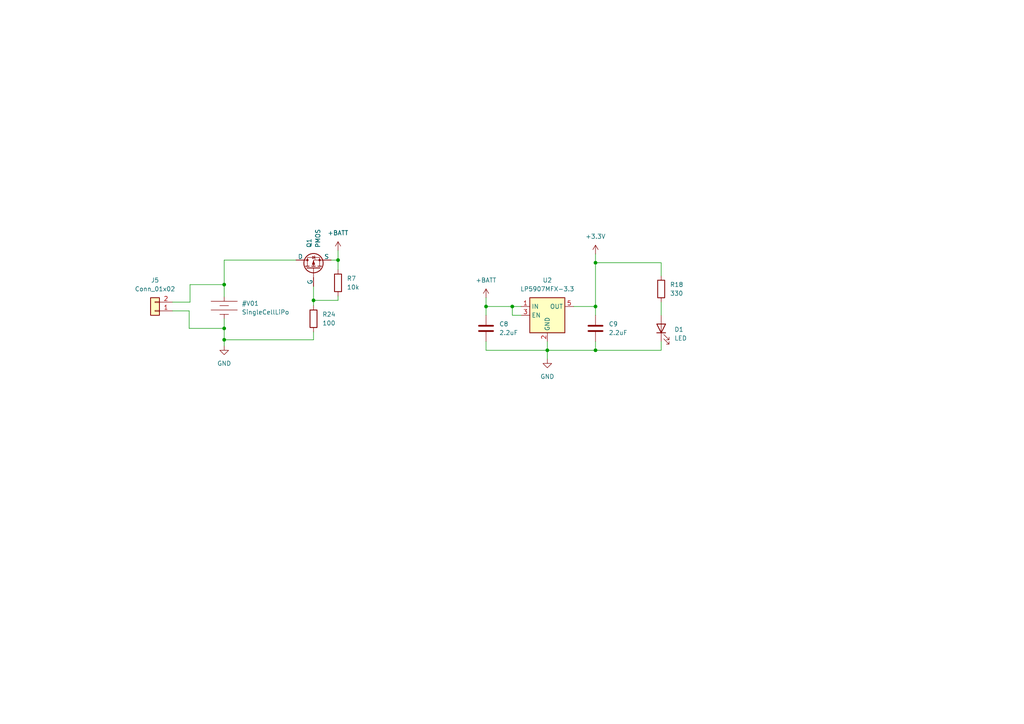
<source format=kicad_sch>
(kicad_sch (version 20230121) (generator eeschema)
  (paper "A4")
  (lib_symbols
    (symbol "Connector_Generic:Conn_01x02" (pin_names (offset 1.016) hide)
      (property "Reference" "J" (at 0 2.54 0))
      (property "Value" "Conn_01x02" (at 0 -5.08 0))
      (symbol "Conn_01x02_1_1"
        (rectangle (start -1.27 -2.413) (end 0 -2.667) (stroke (width 0.1524)))
        (rectangle (start -1.27 0.127) (end 0 -0.127) (stroke (width 0.1524)))
        (rectangle (start -1.27 1.27) (end 1.27 -3.81) (stroke (width 0.254)) (fill (type background)))
        (pin passive line (at -5.08 0 0) (length 3.81) (name "Pin_1") (number "1"))
        (pin passive line (at -5.08 -2.54 0) (length 3.81) (name "Pin_2") (number "2"))
      )
    )
    (symbol "Device:C" (pin_numbers hide) (pin_names (offset 0.254))
      (property "Reference" "C" (at 0.635 2.54 0))
      (property "Value" "C" (at 0.635 -2.54 0))
      (symbol "C_0_1"
        (polyline (pts (xy -2.032 -0.762) (xy 2.032 -0.762)) (stroke (width 0.508)))
        (polyline (pts (xy -2.032 0.762) (xy 2.032 0.762)) (stroke (width 0.508)))
      )
      (symbol "C_1_1"
        (pin passive line (at 0 3.81 270) (length 2.794) (name "~") (number "1"))
        (pin passive line (at 0 -3.81 90) (length 2.794) (name "~") (number "2"))
      )
    )
    (symbol "Device:LED" (pin_numbers hide) (pin_names (offset 1.016) hide)
      (property "Reference" "D" (at 0 2.54 0))
      (property "Value" "LED" (at 0 -2.54 0))
      (symbol "LED_0_1"
        (polyline (pts (xy -1.27 -1.27) (xy -1.27 1.27)) (stroke (width 0.254)))
        (polyline (pts (xy -1.27 0) (xy 1.27 0)))
        (polyline (pts (xy 1.27 -1.27) (xy 1.27 1.27) (xy -1.27 0) (xy 1.27 -1.27)) (stroke (width 0.254)))
        (polyline (pts (xy -3.048 -0.762) (xy -4.572 -2.286) (xy -3.81 -2.286) (xy -4.572 -2.286) (xy -4.572 -1.524)))
        (polyline (pts (xy -1.778 -0.762) (xy -3.302 -2.286) (xy -2.54 -2.286) (xy -3.302 -2.286) (xy -3.302 -1.524)))
      )
      (symbol "LED_1_1"
        (pin passive line (at -3.81 0 0) (length 2.54) (name "K") (number "1"))
        (pin passive line (at 3.81 0 180) (length 2.54) (name "A") (number "2"))
      )
    )
    (symbol "Device:R" (pin_numbers hide) (pin_names (offset 0))
      (property "Reference" "R" (at 2.032 0 90))
      (property "Value" "R" (at 0 0 90))
      (symbol "R_0_1"
        (rectangle (start -1.016 -2.54) (end 1.016 2.54) (stroke (width 0.254)))
      )
      (symbol "R_1_1"
        (pin passive line (at 0 3.81 270) (length 1.27) (name "~") (number "1"))
        (pin passive line (at 0 -3.81 90) (length 1.27) (name "~") (number "2"))
      )
    )
    (symbol "Regulator_Linear:LP5907MFX-3.3"
      (property "Reference" "U" (at -3.81 6.35 0))
      (property "Value" "LP5907MFX-3.3" (at 6.35 6.35 0))
      (symbol "LP5907MFX-3.3_0_1"
        (rectangle (start -5.08 -5.08) (end 5.08 5.08) (stroke (width 0.254)) (fill (type background)))
        (pin power_in line (at -7.62 2.54 0) (length 2.54) (name "IN") (number "1"))
        (pin power_in line (at 0 -7.62 90) (length 2.54) (name "GND") (number "2"))
        (pin input line (at -7.62 0 0) (length 2.54) (name "EN") (number "3"))
        (pin no_connect line (at 5.08 0 180) (length 2.54) hide (name "NC") (number "4"))
        (pin power_out line (at 7.62 2.54 180) (length 2.54) (name "OUT") (number "5"))
      )
    )
    (symbol "Simulation_SPICE:PMOS" (pin_numbers hide) (pin_names (offset 0))
      (property "Reference" "Q" (at 5.08 1.27 0))
      (property "Value" "PMOS" (at 5.08 -1.27 0))
      (symbol "PMOS_0_1"
        (polyline (pts (xy 0.254 0) (xy -2.54 0)))
        (polyline (pts (xy 0.254 1.905) (xy 0.254 -1.905)) (stroke (width 0.254)))
        (polyline (pts (xy 0.762 -1.27) (xy 0.762 -2.286)) (stroke (width 0.254)))
        (polyline (pts (xy 0.762 0.508) (xy 0.762 -0.508)) (stroke (width 0.254)))
        (polyline (pts (xy 0.762 2.286) (xy 0.762 1.27)) (stroke (width 0.254)))
        (polyline (pts (xy 2.54 2.54) (xy 2.54 1.778)))
        (polyline (pts (xy 2.54 -2.54) (xy 2.54 0) (xy 0.762 0)))
        (polyline (pts (xy 0.762 1.778) (xy 3.302 1.778) (xy 3.302 -1.778) (xy 0.762 -1.778)))
        (polyline (pts (xy 2.286 0) (xy 1.27 0.381) (xy 1.27 -0.381) (xy 2.286 0)) (fill (type outline)))
        (polyline (pts (xy 2.794 -0.508) (xy 2.921 -0.381) (xy 3.683 -0.381) (xy 3.81 -0.254)))
        (polyline (pts (xy 3.302 -0.381) (xy 2.921 0.254) (xy 3.683 0.254) (xy 3.302 -0.381)))
        (circle (center 1.651 0) (radius 2.794) (stroke (width 0.254)))
        (circle (center 2.54 -1.778) (radius 0.254) (fill (type outline)))
        (circle (center 2.54 1.778) (radius 0.254) (fill (type outline)))
      )
      (symbol "PMOS_1_1"
        (pin passive line (at 2.54 5.08 270) (length 2.54) (name "D") (number "1"))
        (pin input line (at -5.08 0 0) (length 2.54) (name "G") (number "2"))
        (pin passive line (at 2.54 -5.08 90) (length 2.54) (name "S") (number "3"))
      )
    )
    (symbol "minimouse:SingleCellLiPo" (power) (pin_numbers hide) (pin_names hide) (in_bom no) (on_board no)
      (property "Reference" "V" (at 1.8796 0.3048 0))
      (property "Value" "SingleCellLiPo" (at -11.43 1.27 0))
      (symbol "SingleCellLiPo_0_1"
        (polyline (pts (xy -3.81 0) (xy 3.81 0)))
        (polyline (pts (xy -3.81 2.54) (xy 3.81 2.54)))
        (polyline (pts (xy -1.27 -1.27) (xy 1.27 -1.27)))
        (polyline (pts (xy -1.27 1.27) (xy 1.27 1.27)))
      )
      (symbol "SingleCellLiPo_1_1"
        (pin power_out line (at 0 -2.54 90) (length 1.27) (name "+") (number ""))
        (pin power_out line (at 0 3.81 270) (length 1.27) (name "+") (number ""))
      )
    )
    (symbol "power:+3.3V" (power) (pin_names (offset 0))
      (property "Value" "+3.3V" (at 0 3.556 0))
      (symbol "+3.3V_0_1"
        (polyline (pts (xy -0.762 1.27) (xy 0 2.54)))
        (polyline (pts (xy 0 0) (xy 0 2.54)))
        (polyline (pts (xy 0 2.54) (xy 0.762 1.27)))
      )
      (symbol "+3.3V_1_1"
        (pin power_in line (at 0 0 90) (length 0) hide (name "+3.3V") (number "1"))
      )
    )
    (symbol "power:+BATT" (power) (pin_names (offset 0))
      (property "Value" "+BATT" (at 0 3.556 0))
      (symbol "+BATT_0_1"
        (polyline (pts (xy -0.762 1.27) (xy 0 2.54)))
        (polyline (pts (xy 0 0) (xy 0 2.54)))
        (polyline (pts (xy 0 2.54) (xy 0.762 1.27)))
      )
      (symbol "+BATT_1_1"
        (pin power_in line (at 0 0 90) (length 0) hide (name "+BATT") (number "1"))
      )
    )
    (symbol "power:GND" (power) (pin_names (offset 0))
      (property "Value" "GND" (at 0 -3.81 0))
      (symbol "GND_0_1"
        (polyline (pts (xy 0 0) (xy 0 -1.27) (xy 1.27 -1.27) (xy 0 -2.54) (xy -1.27 -1.27) (xy 0 -1.27)))
      )
      (symbol "GND_1_1"
        (pin power_in line (at 0 0 270) (length 0) hide (name "GND") (number "1"))
      )
    )
  )
  (junction (at 65.024 82.55))
  (junction (at 172.72 76.2))
  (junction (at 158.75 101.6))
  (junction (at 90.932 87.122))
  (junction (at 140.97 88.9))
  (junction (at 172.72 88.9))
  (junction (at 148.59 88.9))
  (junction (at 98.044 75.438))
  (junction (at 65.024 95.25))
  (junction (at 65.024 98.552))
  (junction (at 172.72 101.6))
  (wire (pts (xy 54.864 90.17) (xy 54.864 95.25)))
  (wire (pts (xy 158.75 99.06) (xy 158.75 101.6)))
  (wire (pts (xy 148.59 91.44) (xy 148.59 88.9)))
  (wire (pts (xy 172.72 76.2) (xy 172.72 88.9)))
  (wire (pts (xy 158.75 101.6) (xy 158.75 104.14)))
  (wire (pts (xy 90.932 87.122) (xy 90.932 88.646)))
  (wire (pts (xy 65.024 75.438) (xy 65.024 82.55)))
  (wire (pts (xy 65.024 86.106) (xy 65.024 82.55)))
  (wire (pts (xy 65.024 95.25) (xy 65.024 98.552)))
  (wire (pts (xy 151.13 91.44) (xy 148.59 91.44)))
  (wire (pts (xy 140.97 101.6) (xy 158.75 101.6)))
  (wire (pts (xy 191.77 87.63) (xy 191.77 91.44)))
  (wire (pts (xy 140.97 86.36) (xy 140.97 88.9)))
  (wire (pts (xy 172.72 73.66) (xy 172.72 76.2)))
  (wire (pts (xy 98.044 72.644) (xy 98.044 75.438)))
  (wire (pts (xy 90.932 83.058) (xy 90.932 87.122)))
  (wire (pts (xy 191.77 80.01) (xy 191.77 76.2)))
  (wire (pts (xy 98.044 87.122) (xy 90.932 87.122)))
  (wire (pts (xy 65.024 98.552) (xy 65.024 100.33)))
  (wire (pts (xy 148.59 88.9) (xy 151.13 88.9)))
  (wire (pts (xy 96.012 75.438) (xy 98.044 75.438)))
  (wire (pts (xy 172.72 88.9) (xy 172.72 91.44)))
  (wire (pts (xy 65.024 92.456) (xy 65.024 95.25)))
  (wire (pts (xy 140.97 99.06) (xy 140.97 101.6)))
  (wire (pts (xy 140.97 88.9) (xy 140.97 91.44)))
  (wire (pts (xy 90.932 96.266) (xy 90.932 98.552)))
  (wire (pts (xy 50.038 87.63) (xy 55.118 87.63)))
  (wire (pts (xy 50.038 90.17) (xy 54.864 90.17)))
  (wire (pts (xy 172.72 99.06) (xy 172.72 101.6)))
  (wire (pts (xy 54.864 95.25) (xy 65.024 95.25)))
  (wire (pts (xy 166.37 88.9) (xy 172.72 88.9)))
  (wire (pts (xy 140.97 88.9) (xy 148.59 88.9)))
  (wire (pts (xy 172.72 101.6) (xy 158.75 101.6)))
  (wire (pts (xy 90.932 98.552) (xy 65.024 98.552)))
  (wire (pts (xy 55.118 82.55) (xy 55.118 87.63)))
  (wire (pts (xy 55.118 82.55) (xy 65.024 82.55)))
  (wire (pts (xy 85.852 75.438) (xy 65.024 75.438)))
  (wire (pts (xy 98.044 75.438) (xy 98.044 78.232)))
  (wire (pts (xy 98.044 85.852) (xy 98.044 87.122)))
  (wire (pts (xy 191.77 101.6) (xy 172.72 101.6)))
  (wire (pts (xy 191.77 76.2) (xy 172.72 76.2)))
  (wire (pts (xy 191.77 99.06) (xy 191.77 101.6)))
  (symbol (lib_id "power:+BATT") (at 140.97 86.36 0) (unit 1)
    (property "Reference" "#PWR012" (effects hide))
    (property "Value" "+BATT" (at 140.97 81.28 0))
  )
  (symbol (lib_id "minimouse:SingleCellLiPo") (at 65.024 89.916 0) (unit 1) (in_bom no) (on_board no)
    (property "Reference" "#V01" (at 70.104 88.011 0) (effects (justify left)))
    (property "Value" "SingleCellLiPo" (at 70.104 90.551 0) (effects (justify left)))
  )
  (symbol (lib_id "power:+BATT") (at 98.044 72.644 0) (unit 1)
    (property "Reference" "#PWR036" (effects hide))
    (property "Value" "+BATT" (at 98.044 67.564 0))
  )
  (symbol (lib_id "power:GND") (at 158.75 104.14 0) (unit 1)
    (property "Reference" "#PWR013" (effects hide))
    (property "Value" "GND" (at 158.75 109.22 0))
  )
  (symbol (lib_id "Device:R") (at 90.932 92.456 0) (unit 1)
    (property "Reference" "R24" (at 93.472 91.186 0) (effects (justify left)))
    (property "Value" "100" (at 93.472 93.726 0) (effects (justify left)))
    (property "Footprint" "Resistor_SMD:R_0603_1608Metric" (effects hide))
  )
  (symbol (lib_id "Device:R") (at 98.044 82.042 0) (unit 1)
    (property "Reference" "R7" (at 100.584 80.772 0) (effects (justify left)))
    (property "Value" "10k" (at 100.584 83.312 0) (effects (justify left)))
    (property "Footprint" "Resistor_SMD:R_0603_1608Metric" (effects hide))
  )
  (symbol (lib_id "Device:LED") (at 191.77 95.25 90) (unit 1)
    (property "Reference" "D1" (at 195.58 95.5675 90) (effects (justify right)))
    (property "Value" "LED" (at 195.58 98.1075 90) (effects (justify right)))
    (property "Footprint" "LED_SMD:LED_0603_1608Metric" (effects hide))
  )
  (symbol (lib_id "power:+3.3V") (at 172.72 73.66 0) (unit 1)
    (property "Reference" "#PWR014" (effects hide))
    (property "Value" "+3.3V" (at 172.72 68.58 0))
  )
  (symbol (lib_id "Device:R") (at 191.77 83.82 0) (unit 1)
    (property "Reference" "R18" (at 194.31 82.55 0) (effects (justify left)))
    (property "Value" "330" (at 194.31 85.09 0) (effects (justify left)))
    (property "Footprint" "Resistor_SMD:R_0603_1608Metric" (effects hide))
  )
  (symbol (lib_id "Connector_Generic:Conn_01x02") (at 44.958 90.17 180) (unit 1)
    (property "Reference" "J5" (at 44.958 81.28 0))
    (property "Value" "Conn_01x02" (at 44.958 83.82 0))
    (property "Footprint" "Connector_PinHeader_2.54mm:PinHeader_1x02_P2.54mm_Vertical" (effects hide))
  )
  (symbol (lib_id "Device:C") (at 172.72 95.25 0) (unit 1)
    (property "Reference" "C9" (at 176.53 93.98 0) (effects (justify left)))
    (property "Value" "2.2uF" (at 176.53 96.52 0) (effects (justify left)))
    (property "Footprint" "Capacitor_SMD:C_0603_1608Metric" (effects hide))
  )
  (symbol (lib_id "power:GND") (at 65.024 100.33 0) (unit 1)
    (property "Reference" "#PWR037" (effects hide))
    (property "Value" "GND" (at 65.024 105.41 0))
  )
  (symbol (lib_id "Simulation_SPICE:PMOS") (at 90.932 77.978 90) (unit 1)
    (property "Reference" "Q1" (at 89.662 71.882 0) (effects (justify left)))
    (property "Value" "PMOS" (at 92.202 71.882 0) (effects (justify left)))
    (property "Footprint" "Package_TO_SOT_SMD:SOT-23-3" (effects hide))
    (property "Datasheet" "https://ngspice.sourceforge.io/docs/ngspice-manual.pdf" (effects hide))
    (property "Sim.Device" "PMOS" (effects hide))
    (property "Sim.Type" "VDMOS" (effects hide))
    (property "Sim.Pins" "1=D 2=G 3=S" (effects hide))
  )
  (symbol (lib_id "Regulator_Linear:LP5907MFX-3.3") (at 158.75 91.44 0) (unit 1)
    (property "Reference" "U2" (at 158.75 81.28 0))
    (property "Value" "LP5907MFX-3.3" (at 158.75 83.82 0))
    (property "Footprint" "Package_TO_SOT_SMD:SOT-23-5" (effects hide))
    (property "Datasheet" "http://www.ti.com/lit/ds/symlink/lp5907.pdf" (effects hide))
  )
  (symbol (lib_id "Device:C") (at 140.97 95.25 0) (unit 1)
    (property "Reference" "C8" (at 144.78 93.98 0) (effects (justify left)))
    (property "Value" "2.2uF" (at 144.78 96.52 0) (effects (justify left)))
    (property "Footprint" "Capacitor_SMD:C_0603_1608Metric" (effects hide))
  )
)
</source>
